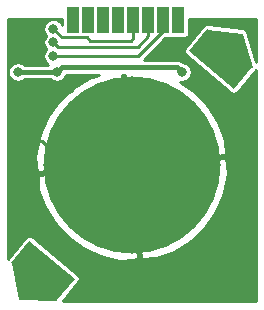
<source format=gbr>
G04 #@! TF.GenerationSoftware,KiCad,Pcbnew,5.1.7*
G04 #@! TF.CreationDate,2020-10-17T14:52:52-07:00*
G04 #@! TF.ProjectId,lofi,6c6f6669-2e6b-4696-9361-645f70636258,rev?*
G04 #@! TF.SameCoordinates,Original*
G04 #@! TF.FileFunction,Copper,L2,Bot*
G04 #@! TF.FilePolarity,Positive*
%FSLAX46Y46*%
G04 Gerber Fmt 4.6, Leading zero omitted, Abs format (unit mm)*
G04 Created by KiCad (PCBNEW 5.1.7) date 2020-10-17 14:52:52*
%MOMM*%
%LPD*%
G01*
G04 APERTURE LIST*
G04 #@! TA.AperFunction,EtchedComponent*
%ADD10C,0.100000*%
G04 #@! TD*
G04 #@! TA.AperFunction,SMDPad,CuDef*
%ADD11C,0.100000*%
G04 #@! TD*
G04 #@! TA.AperFunction,SMDPad,CuDef*
%ADD12C,15.000000*%
G04 #@! TD*
G04 #@! TA.AperFunction,ComponentPad*
%ADD13R,1.000000X1.650000*%
G04 #@! TD*
G04 #@! TA.AperFunction,ComponentPad*
%ADD14R,1.000000X1.000000*%
G04 #@! TD*
G04 #@! TA.AperFunction,ViaPad*
%ADD15C,0.800000*%
G04 #@! TD*
G04 #@! TA.AperFunction,Conductor*
%ADD16C,0.250000*%
G04 #@! TD*
G04 #@! TA.AperFunction,Conductor*
%ADD17C,0.400000*%
G04 #@! TD*
G04 #@! TA.AperFunction,Conductor*
%ADD18C,0.254000*%
G04 #@! TD*
G04 #@! TA.AperFunction,Conductor*
%ADD19C,0.100000*%
G04 #@! TD*
G04 APERTURE END LIST*
D10*
G36*
X111071846Y-90884424D02*
G01*
X111695219Y-93953040D01*
X114825464Y-94034083D01*
X111071846Y-90884424D01*
G37*
X111071846Y-90884424D02*
X111695219Y-93953040D01*
X114825464Y-94034083D01*
X111071846Y-90884424D01*
G36*
X130561035Y-71469636D02*
G01*
X127655766Y-71120477D01*
X131409384Y-74270136D01*
X130561035Y-71469636D01*
G37*
X130561035Y-71469636D02*
X127655766Y-71120477D01*
X131409384Y-74270136D01*
X130561035Y-71469636D01*
G04 #@! TA.AperFunction,SMDPad,CuDef*
D11*
G36*
X114863766Y-94066222D02*
G01*
X111033544Y-90852284D01*
X112576234Y-89013778D01*
X116406456Y-92227716D01*
X114863766Y-94066222D01*
G37*
G04 #@! TD.AperFunction*
D12*
X121240615Y-82577280D03*
G04 #@! TA.AperFunction,SMDPad,CuDef*
D11*
G36*
X129904996Y-76140782D02*
G01*
X126074774Y-72926844D01*
X127617464Y-71088338D01*
X131447686Y-74302276D01*
X129904996Y-76140782D01*
G37*
G04 #@! TD.AperFunction*
D13*
X125190000Y-70610000D03*
X123920000Y-70610000D03*
X122650000Y-70610000D03*
X121380000Y-70610000D03*
X120110000Y-70610000D03*
X118840000Y-70610000D03*
X117570000Y-70610000D03*
X116300000Y-70610000D03*
D14*
X125190000Y-69710000D03*
X123920000Y-69710000D03*
X122650000Y-69710000D03*
X121380000Y-69710000D03*
X120110000Y-69710000D03*
X118840000Y-69710000D03*
X117570000Y-69710000D03*
X116300000Y-69710000D03*
D15*
X112200000Y-71210000D03*
X115100000Y-89910000D03*
X119920000Y-91630000D03*
X119930000Y-92700000D03*
X119910000Y-93770000D03*
X115980000Y-76190000D03*
X113270000Y-79010000D03*
X128880000Y-89240000D03*
X126890000Y-70580000D03*
X111600000Y-74710000D03*
X125500000Y-74710000D03*
X114900000Y-74710000D03*
X114300000Y-92810000D03*
X112400000Y-91410000D03*
X114590000Y-71050000D03*
X114600000Y-72210000D03*
X114600000Y-73360000D03*
D16*
X120899999Y-82900001D02*
X121300000Y-82500000D01*
X115565685Y-82500000D02*
X121300000Y-82500000D01*
X113665685Y-80600000D02*
X115565685Y-82500000D01*
X113100000Y-80600000D02*
X113665685Y-80600000D01*
D17*
X119920000Y-92690000D02*
X119930000Y-92700000D01*
X119930000Y-93750000D02*
X119910000Y-93770000D01*
X111600000Y-74710000D02*
X114900000Y-74710000D01*
X115299999Y-74310001D02*
X114900000Y-74710000D01*
X125100001Y-74310001D02*
X115299999Y-74310001D01*
X125500000Y-74710000D02*
X125100001Y-74310001D01*
D16*
X121380000Y-70910000D02*
X121380000Y-71850000D01*
X121380000Y-71850000D02*
X121160000Y-72070000D01*
X115300001Y-71760001D02*
X114590000Y-71050000D01*
X117730000Y-72070000D02*
X117420001Y-71760001D01*
X117420001Y-71760001D02*
X115300001Y-71760001D01*
X121160000Y-72070000D02*
X117730000Y-72070000D01*
X122650000Y-70910000D02*
X122650000Y-71700000D01*
X114999999Y-72609999D02*
X114600000Y-72210000D01*
X121740001Y-72609999D02*
X114999999Y-72609999D01*
X122650000Y-71700000D02*
X121740001Y-72609999D01*
X123920000Y-71250002D02*
X123920000Y-70910000D01*
X121810002Y-73360000D02*
X123920000Y-71250002D01*
X114600000Y-73360000D02*
X121810002Y-73360000D01*
D18*
X115370934Y-70774288D02*
X115322877Y-70658269D01*
X115232372Y-70522819D01*
X115117181Y-70407628D01*
X114981731Y-70317123D01*
X114831227Y-70254782D01*
X114671452Y-70223000D01*
X114508548Y-70223000D01*
X114348773Y-70254782D01*
X114198269Y-70317123D01*
X114062819Y-70407628D01*
X113947628Y-70522819D01*
X113857123Y-70658269D01*
X113794782Y-70808773D01*
X113763000Y-70968548D01*
X113763000Y-71131452D01*
X113794782Y-71291227D01*
X113857123Y-71441731D01*
X113947628Y-71577181D01*
X114005447Y-71635000D01*
X113957628Y-71682819D01*
X113867123Y-71818269D01*
X113804782Y-71968773D01*
X113773000Y-72128548D01*
X113773000Y-72291452D01*
X113804782Y-72451227D01*
X113867123Y-72601731D01*
X113957628Y-72737181D01*
X114005447Y-72785000D01*
X113957628Y-72832819D01*
X113867123Y-72968269D01*
X113804782Y-73118773D01*
X113773000Y-73278548D01*
X113773000Y-73441452D01*
X113804782Y-73601227D01*
X113867123Y-73751731D01*
X113957628Y-73887181D01*
X114072819Y-74002372D01*
X114193487Y-74083000D01*
X112142553Y-74083000D01*
X112127181Y-74067628D01*
X111991731Y-73977123D01*
X111841227Y-73914782D01*
X111681452Y-73883000D01*
X111518548Y-73883000D01*
X111358773Y-73914782D01*
X111208269Y-73977123D01*
X111072819Y-74067628D01*
X110957628Y-74182819D01*
X110867123Y-74318269D01*
X110804782Y-74468773D01*
X110773000Y-74628548D01*
X110773000Y-74791452D01*
X110804782Y-74951227D01*
X110867123Y-75101731D01*
X110957628Y-75237181D01*
X111072819Y-75352372D01*
X111208269Y-75442877D01*
X111358773Y-75505218D01*
X111518548Y-75537000D01*
X111681452Y-75537000D01*
X111841227Y-75505218D01*
X111991731Y-75442877D01*
X112127181Y-75352372D01*
X112142553Y-75337000D01*
X114357447Y-75337000D01*
X114372819Y-75352372D01*
X114508269Y-75442877D01*
X114658773Y-75505218D01*
X114818548Y-75537000D01*
X114981452Y-75537000D01*
X115141227Y-75505218D01*
X115291731Y-75442877D01*
X115427181Y-75352372D01*
X115542372Y-75237181D01*
X115632877Y-75101731D01*
X115695218Y-74951227D01*
X115698048Y-74937001D01*
X118446331Y-74937001D01*
X117639243Y-75239003D01*
X116276815Y-76082598D01*
X115105144Y-77175781D01*
X114169255Y-78476540D01*
X113505114Y-79934888D01*
X113138245Y-81494782D01*
X113096009Y-81880444D01*
X113245438Y-83149282D01*
X118463875Y-82692728D01*
X121378201Y-82692728D01*
X122065651Y-90550319D01*
X123341161Y-90477147D01*
X124841987Y-89915557D01*
X126204415Y-89071962D01*
X127376086Y-87978779D01*
X128311975Y-86678020D01*
X128976116Y-85219672D01*
X129342985Y-83659778D01*
X129385221Y-83274116D01*
X129235792Y-82005278D01*
X121378201Y-82692728D01*
X118463875Y-82692728D01*
X121103029Y-82461832D01*
X120444692Y-74937001D01*
X120699663Y-74937001D01*
X121356063Y-82439694D01*
X129213654Y-81752244D01*
X129140482Y-80476734D01*
X128578892Y-78975908D01*
X127735297Y-77613480D01*
X126642114Y-76441809D01*
X125371562Y-75527654D01*
X125418548Y-75537000D01*
X125581452Y-75537000D01*
X125741227Y-75505218D01*
X125891731Y-75442877D01*
X126027181Y-75352372D01*
X126142372Y-75237181D01*
X126232877Y-75101731D01*
X126295218Y-74951227D01*
X126327000Y-74791452D01*
X126327000Y-74628548D01*
X126295218Y-74468773D01*
X126232877Y-74318269D01*
X126142372Y-74182819D01*
X126027181Y-74067628D01*
X125891731Y-73977123D01*
X125741227Y-73914782D01*
X125581452Y-73883000D01*
X125560684Y-73883000D01*
X125545502Y-73864500D01*
X125450029Y-73786148D01*
X125341104Y-73727926D01*
X125222914Y-73692074D01*
X125130795Y-73683001D01*
X125100001Y-73679968D01*
X125069207Y-73683001D01*
X122267645Y-73683001D01*
X124086582Y-71864066D01*
X124420000Y-71864066D01*
X124503707Y-71855822D01*
X124555000Y-71840262D01*
X124606293Y-71855822D01*
X124690000Y-71864066D01*
X125690000Y-71864066D01*
X125773707Y-71855822D01*
X125854196Y-71831405D01*
X125928376Y-71791755D01*
X125993395Y-71738395D01*
X126046755Y-71673376D01*
X126086405Y-71599196D01*
X126110822Y-71518707D01*
X126119066Y-71435000D01*
X126119066Y-70187000D01*
X131792616Y-70187000D01*
X131789648Y-73880134D01*
X131017549Y-71331345D01*
X131002471Y-71294860D01*
X130988486Y-71257940D01*
X130984716Y-71251894D01*
X130981994Y-71245308D01*
X130960112Y-71212439D01*
X130939226Y-71178947D01*
X130934354Y-71173749D01*
X130930404Y-71167816D01*
X130902560Y-71139828D01*
X130875562Y-71111025D01*
X130869771Y-71106871D01*
X130864746Y-71101820D01*
X130832009Y-71079783D01*
X130799917Y-71056762D01*
X130793426Y-71053810D01*
X130787519Y-71049834D01*
X130751125Y-71034575D01*
X130715174Y-71018227D01*
X130708237Y-71016593D01*
X130701666Y-71013838D01*
X130663000Y-71005938D01*
X130624559Y-70996884D01*
X130617952Y-70996044D01*
X127712683Y-70646885D01*
X127710787Y-70646844D01*
X127708936Y-70646450D01*
X127664304Y-70645827D01*
X127619611Y-70644849D01*
X127617744Y-70645176D01*
X127615851Y-70645150D01*
X127571917Y-70653213D01*
X127527916Y-70660930D01*
X127526150Y-70661613D01*
X127524287Y-70661955D01*
X127482720Y-70678413D01*
X127441091Y-70694515D01*
X127439493Y-70695527D01*
X127437730Y-70696225D01*
X127420672Y-70707218D01*
X127419343Y-70707752D01*
X127391411Y-70725978D01*
X127362443Y-70744324D01*
X127361065Y-70745634D01*
X127359479Y-70746656D01*
X127358973Y-70747144D01*
X127348902Y-70753716D01*
X127288780Y-70812540D01*
X125746090Y-72651046D01*
X125698600Y-72720468D01*
X125665566Y-72797821D01*
X125648258Y-72880133D01*
X125647341Y-72964240D01*
X125662849Y-73046909D01*
X125694188Y-73124965D01*
X125740152Y-73195406D01*
X125798976Y-73255528D01*
X129629198Y-76469466D01*
X129698620Y-76516956D01*
X129775973Y-76549990D01*
X129858285Y-76567298D01*
X129942392Y-76568215D01*
X130025061Y-76552707D01*
X130103117Y-76521368D01*
X130173558Y-76475404D01*
X130233680Y-76416580D01*
X131776370Y-74578074D01*
X131789102Y-74559462D01*
X131773384Y-94113000D01*
X115384621Y-94113000D01*
X116735140Y-92503514D01*
X116782630Y-92434092D01*
X116815664Y-92356739D01*
X116832972Y-92274427D01*
X116833889Y-92190320D01*
X116818381Y-92107651D01*
X116787042Y-92029595D01*
X116741078Y-91959154D01*
X116682254Y-91899032D01*
X112852032Y-88685094D01*
X112782610Y-88637604D01*
X112705257Y-88604570D01*
X112622945Y-88587262D01*
X112538838Y-88586345D01*
X112456169Y-88601853D01*
X112378113Y-88633192D01*
X112307672Y-88679156D01*
X112247550Y-88737980D01*
X110751907Y-90520418D01*
X110760489Y-83402316D01*
X113267576Y-83402316D01*
X113340748Y-84677826D01*
X113902338Y-86178652D01*
X114745933Y-87541080D01*
X115839116Y-88712751D01*
X117139875Y-89648640D01*
X118598223Y-90312781D01*
X120158117Y-90679650D01*
X120543779Y-90721886D01*
X121812617Y-90572457D01*
X121125167Y-82714866D01*
X113267576Y-83402316D01*
X110760489Y-83402316D01*
X110776424Y-70187000D01*
X115370934Y-70187000D01*
X115370934Y-70774288D01*
G04 #@! TA.AperFunction,Conductor*
D19*
G36*
X115370934Y-70774288D02*
G01*
X115322877Y-70658269D01*
X115232372Y-70522819D01*
X115117181Y-70407628D01*
X114981731Y-70317123D01*
X114831227Y-70254782D01*
X114671452Y-70223000D01*
X114508548Y-70223000D01*
X114348773Y-70254782D01*
X114198269Y-70317123D01*
X114062819Y-70407628D01*
X113947628Y-70522819D01*
X113857123Y-70658269D01*
X113794782Y-70808773D01*
X113763000Y-70968548D01*
X113763000Y-71131452D01*
X113794782Y-71291227D01*
X113857123Y-71441731D01*
X113947628Y-71577181D01*
X114005447Y-71635000D01*
X113957628Y-71682819D01*
X113867123Y-71818269D01*
X113804782Y-71968773D01*
X113773000Y-72128548D01*
X113773000Y-72291452D01*
X113804782Y-72451227D01*
X113867123Y-72601731D01*
X113957628Y-72737181D01*
X114005447Y-72785000D01*
X113957628Y-72832819D01*
X113867123Y-72968269D01*
X113804782Y-73118773D01*
X113773000Y-73278548D01*
X113773000Y-73441452D01*
X113804782Y-73601227D01*
X113867123Y-73751731D01*
X113957628Y-73887181D01*
X114072819Y-74002372D01*
X114193487Y-74083000D01*
X112142553Y-74083000D01*
X112127181Y-74067628D01*
X111991731Y-73977123D01*
X111841227Y-73914782D01*
X111681452Y-73883000D01*
X111518548Y-73883000D01*
X111358773Y-73914782D01*
X111208269Y-73977123D01*
X111072819Y-74067628D01*
X110957628Y-74182819D01*
X110867123Y-74318269D01*
X110804782Y-74468773D01*
X110773000Y-74628548D01*
X110773000Y-74791452D01*
X110804782Y-74951227D01*
X110867123Y-75101731D01*
X110957628Y-75237181D01*
X111072819Y-75352372D01*
X111208269Y-75442877D01*
X111358773Y-75505218D01*
X111518548Y-75537000D01*
X111681452Y-75537000D01*
X111841227Y-75505218D01*
X111991731Y-75442877D01*
X112127181Y-75352372D01*
X112142553Y-75337000D01*
X114357447Y-75337000D01*
X114372819Y-75352372D01*
X114508269Y-75442877D01*
X114658773Y-75505218D01*
X114818548Y-75537000D01*
X114981452Y-75537000D01*
X115141227Y-75505218D01*
X115291731Y-75442877D01*
X115427181Y-75352372D01*
X115542372Y-75237181D01*
X115632877Y-75101731D01*
X115695218Y-74951227D01*
X115698048Y-74937001D01*
X118446331Y-74937001D01*
X117639243Y-75239003D01*
X116276815Y-76082598D01*
X115105144Y-77175781D01*
X114169255Y-78476540D01*
X113505114Y-79934888D01*
X113138245Y-81494782D01*
X113096009Y-81880444D01*
X113245438Y-83149282D01*
X118463875Y-82692728D01*
X121378201Y-82692728D01*
X122065651Y-90550319D01*
X123341161Y-90477147D01*
X124841987Y-89915557D01*
X126204415Y-89071962D01*
X127376086Y-87978779D01*
X128311975Y-86678020D01*
X128976116Y-85219672D01*
X129342985Y-83659778D01*
X129385221Y-83274116D01*
X129235792Y-82005278D01*
X121378201Y-82692728D01*
X118463875Y-82692728D01*
X121103029Y-82461832D01*
X120444692Y-74937001D01*
X120699663Y-74937001D01*
X121356063Y-82439694D01*
X129213654Y-81752244D01*
X129140482Y-80476734D01*
X128578892Y-78975908D01*
X127735297Y-77613480D01*
X126642114Y-76441809D01*
X125371562Y-75527654D01*
X125418548Y-75537000D01*
X125581452Y-75537000D01*
X125741227Y-75505218D01*
X125891731Y-75442877D01*
X126027181Y-75352372D01*
X126142372Y-75237181D01*
X126232877Y-75101731D01*
X126295218Y-74951227D01*
X126327000Y-74791452D01*
X126327000Y-74628548D01*
X126295218Y-74468773D01*
X126232877Y-74318269D01*
X126142372Y-74182819D01*
X126027181Y-74067628D01*
X125891731Y-73977123D01*
X125741227Y-73914782D01*
X125581452Y-73883000D01*
X125560684Y-73883000D01*
X125545502Y-73864500D01*
X125450029Y-73786148D01*
X125341104Y-73727926D01*
X125222914Y-73692074D01*
X125130795Y-73683001D01*
X125100001Y-73679968D01*
X125069207Y-73683001D01*
X122267645Y-73683001D01*
X124086582Y-71864066D01*
X124420000Y-71864066D01*
X124503707Y-71855822D01*
X124555000Y-71840262D01*
X124606293Y-71855822D01*
X124690000Y-71864066D01*
X125690000Y-71864066D01*
X125773707Y-71855822D01*
X125854196Y-71831405D01*
X125928376Y-71791755D01*
X125993395Y-71738395D01*
X126046755Y-71673376D01*
X126086405Y-71599196D01*
X126110822Y-71518707D01*
X126119066Y-71435000D01*
X126119066Y-70187000D01*
X131792616Y-70187000D01*
X131789648Y-73880134D01*
X131017549Y-71331345D01*
X131002471Y-71294860D01*
X130988486Y-71257940D01*
X130984716Y-71251894D01*
X130981994Y-71245308D01*
X130960112Y-71212439D01*
X130939226Y-71178947D01*
X130934354Y-71173749D01*
X130930404Y-71167816D01*
X130902560Y-71139828D01*
X130875562Y-71111025D01*
X130869771Y-71106871D01*
X130864746Y-71101820D01*
X130832009Y-71079783D01*
X130799917Y-71056762D01*
X130793426Y-71053810D01*
X130787519Y-71049834D01*
X130751125Y-71034575D01*
X130715174Y-71018227D01*
X130708237Y-71016593D01*
X130701666Y-71013838D01*
X130663000Y-71005938D01*
X130624559Y-70996884D01*
X130617952Y-70996044D01*
X127712683Y-70646885D01*
X127710787Y-70646844D01*
X127708936Y-70646450D01*
X127664304Y-70645827D01*
X127619611Y-70644849D01*
X127617744Y-70645176D01*
X127615851Y-70645150D01*
X127571917Y-70653213D01*
X127527916Y-70660930D01*
X127526150Y-70661613D01*
X127524287Y-70661955D01*
X127482720Y-70678413D01*
X127441091Y-70694515D01*
X127439493Y-70695527D01*
X127437730Y-70696225D01*
X127420672Y-70707218D01*
X127419343Y-70707752D01*
X127391411Y-70725978D01*
X127362443Y-70744324D01*
X127361065Y-70745634D01*
X127359479Y-70746656D01*
X127358973Y-70747144D01*
X127348902Y-70753716D01*
X127288780Y-70812540D01*
X125746090Y-72651046D01*
X125698600Y-72720468D01*
X125665566Y-72797821D01*
X125648258Y-72880133D01*
X125647341Y-72964240D01*
X125662849Y-73046909D01*
X125694188Y-73124965D01*
X125740152Y-73195406D01*
X125798976Y-73255528D01*
X129629198Y-76469466D01*
X129698620Y-76516956D01*
X129775973Y-76549990D01*
X129858285Y-76567298D01*
X129942392Y-76568215D01*
X130025061Y-76552707D01*
X130103117Y-76521368D01*
X130173558Y-76475404D01*
X130233680Y-76416580D01*
X131776370Y-74578074D01*
X131789102Y-74559462D01*
X131773384Y-94113000D01*
X115384621Y-94113000D01*
X116735140Y-92503514D01*
X116782630Y-92434092D01*
X116815664Y-92356739D01*
X116832972Y-92274427D01*
X116833889Y-92190320D01*
X116818381Y-92107651D01*
X116787042Y-92029595D01*
X116741078Y-91959154D01*
X116682254Y-91899032D01*
X112852032Y-88685094D01*
X112782610Y-88637604D01*
X112705257Y-88604570D01*
X112622945Y-88587262D01*
X112538838Y-88586345D01*
X112456169Y-88601853D01*
X112378113Y-88633192D01*
X112307672Y-88679156D01*
X112247550Y-88737980D01*
X110751907Y-90520418D01*
X110760489Y-83402316D01*
X113267576Y-83402316D01*
X113340748Y-84677826D01*
X113902338Y-86178652D01*
X114745933Y-87541080D01*
X115839116Y-88712751D01*
X117139875Y-89648640D01*
X118598223Y-90312781D01*
X120158117Y-90679650D01*
X120543779Y-90721886D01*
X121812617Y-90572457D01*
X121125167Y-82714866D01*
X113267576Y-83402316D01*
X110760489Y-83402316D01*
X110776424Y-70187000D01*
X115370934Y-70187000D01*
X115370934Y-70774288D01*
G37*
G04 #@! TD.AperFunction*
M02*

</source>
